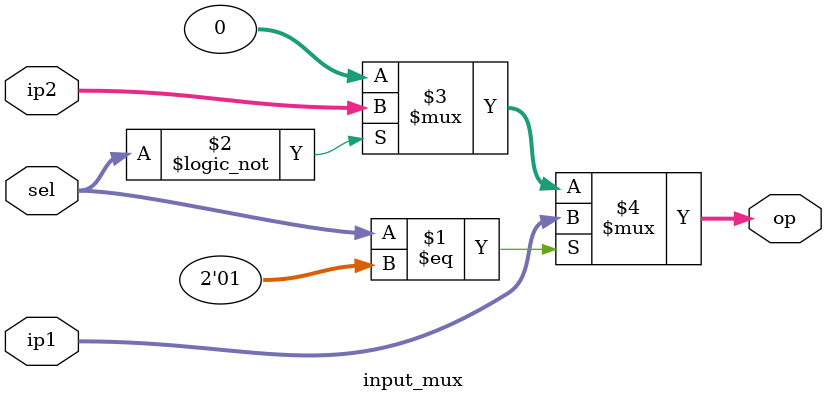
<source format=v>
`timescale 1ns / 1ps

module input_mux(
    input [31:0] ip1,
    input [31:0] ip2,
    input [1:0] sel,
    output [31:0] op
    );
    assign op = (sel == 2'b01)?ip1:(sel == 2'b00)?ip2:32'h0;
endmodule

</source>
